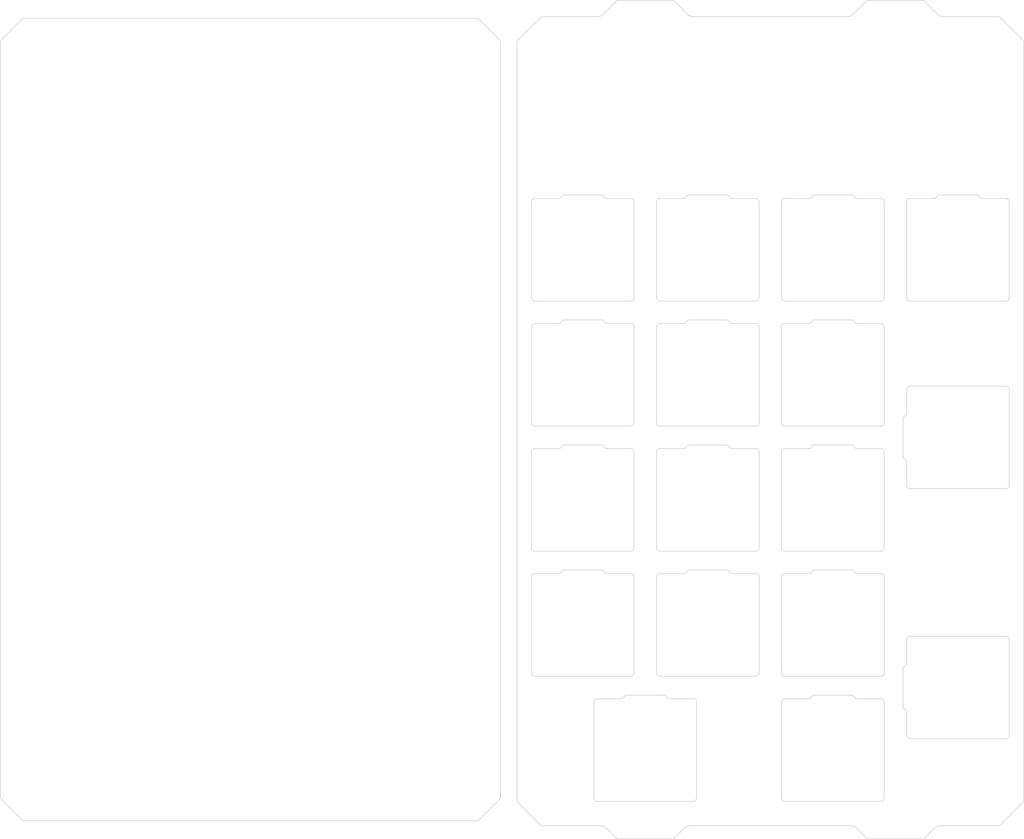
<source format=kicad_pcb>
(kicad_pcb (version 20211014) (generator pcbnew)

  (general
    (thickness 1.6)
  )

  (paper "A4")
  (layers
    (0 "F.Cu" signal)
    (31 "B.Cu" signal)
    (32 "B.Adhes" user "B.Adhesive")
    (33 "F.Adhes" user "F.Adhesive")
    (34 "B.Paste" user)
    (35 "F.Paste" user)
    (36 "B.SilkS" user "B.Silkscreen")
    (37 "F.SilkS" user "F.Silkscreen")
    (38 "B.Mask" user)
    (39 "F.Mask" user)
    (40 "Dwgs.User" user "User.Drawings")
    (41 "Cmts.User" user "User.Comments")
    (42 "Eco1.User" user "User.Eco1")
    (43 "Eco2.User" user "User.Eco2")
    (44 "Edge.Cuts" user)
    (45 "Margin" user)
    (46 "B.CrtYd" user "B.Courtyard")
    (47 "F.CrtYd" user "F.Courtyard")
    (48 "B.Fab" user)
    (49 "F.Fab" user)
    (50 "User.1" user)
    (51 "User.2" user)
    (52 "User.3" user)
    (53 "User.4" user)
    (54 "User.5" user)
    (55 "User.6" user)
    (56 "User.7" user)
    (57 "User.8" user)
    (58 "User.9" user)
  )

  (setup
    (pad_to_mask_clearance 0)
    (grid_origin 66.675 -31.171573)
    (pcbplotparams
      (layerselection 0x00010fc_ffffffff)
      (disableapertmacros false)
      (usegerberextensions false)
      (usegerberattributes true)
      (usegerberadvancedattributes true)
      (creategerberjobfile true)
      (svguseinch false)
      (svgprecision 6)
      (excludeedgelayer true)
      (plotframeref false)
      (viasonmask false)
      (mode 1)
      (useauxorigin false)
      (hpglpennumber 1)
      (hpglpenspeed 20)
      (hpglpendiameter 15.000000)
      (dxfpolygonmode true)
      (dxfimperialunits true)
      (dxfusepcbnewfont true)
      (psnegative false)
      (psa4output false)
      (plotreference true)
      (plotvalue true)
      (plotinvisibletext false)
      (sketchpadsonfab false)
      (subtractmaskfromsilk false)
      (outputformat 1)
      (mirror false)
      (drillshape 1)
      (scaleselection 1)
      (outputdirectory "")
    )
  )

  (net 0 "")

  (gr_line (start -8.425 -30.7375) (end -8.425 -16.8875) (layer "Dwgs.User") (width 0.1) (tstamp 102c7adc-a88b-4c92-8b8c-c92f40342dde))
  (gr_line (start 0 0) (end 3.535534 3.535534) (layer "Dwgs.User") (width 0.1) (tstamp 4105e9a8-c1a1-423c-b109-0f047d3de6a0))
  (gr_line (start 65.575 -16.8875) (end 65.575 -30.7375) (layer "Dwgs.User") (width 0.1) (tstamp 4a9ded90-af81-4641-b25e-e4db146e874e))
  (gr_arc (start 64.075 -32.2375) (mid 65.13566 -31.79816) (end 65.575 -30.7375) (layer "Dwgs.User") (width 0.1) (tstamp 5610d2a8-ca44-4783-ad0a-ce2b426bbe3f))
  (gr_line (start -6.925 -15.3875) (end 64.075 -15.3875) (layer "Dwgs.User") (width 0.1) (tstamp 587adae9-ed93-45e4-8579-cd68c38587e9))
  (gr_line (start 64.075 -32.2375) (end -6.925 -32.2375) (layer "Dwgs.User") (width 0.1) (tstamp 62dd89bf-9a4d-411a-bd2f-9d9f3fe47e79))
  (gr_arc (start -6.925 -15.3875) (mid -7.98566 -15.82684) (end -8.425 -16.8875) (layer "Dwgs.User") (width 0.1) (tstamp 8af041f3-a112-4a07-a345-00bb1d5fadd5))
  (gr_arc (start 65.575 -16.8875) (mid 65.13566 -15.82684) (end 64.075 -15.3875) (layer "Dwgs.User") (width 0.1) (tstamp cb57184f-0594-466f-9d41-56c1b27b67ea))
  (gr_arc (start -8.425 -30.7375) (mid -7.98566 -31.79816) (end -6.925 -32.2375) (layer "Dwgs.User") (width 0.1) (tstamp da6118f3-4fde-422a-ab44-b6b30fc15838))
  (gr_arc (start 129.04 36.635) (mid 128.686447 36.488553) (end 128.54 36.135) (layer "Edge.Cuts") (width 0.1) (tstamp 02dccc2c-f9ac-45eb-b205-5eb596880f7a))
  (gr_line (start 131.26434 -37.603553) (end 133.178553 -35.68934) (layer "Edge.Cuts") (width 0.1) (tstamp 0334f3c3-d629-44a8-9080-880f44c318a5))
  (gr_line (start 81.810786 87.975) (end 73.089214 87.975) (layer "Edge.Cuts") (width 0.1) (tstamp 038c1da6-7027-4d0f-bc94-fdfe3c5a45c0))
  (gr_arc (start 105.56 11.49) (mid 105.913553 11.636447) (end 106.06 11.99) (layer "Edge.Cuts") (width 0.1) (tstamp 049a436c-6f41-48c9-b332-69176f87c3cd))
  (gr_arc (start 121.007998 49.59) (mid 120.743424 49.514263) (end 120.558999 49.31) (layer "Edge.Cuts") (width 0.1) (tstamp 054b8453-acfc-4921-be13-baf6f9c68d98))
  (gr_line (start 109.99 84.26) (end 124.61 84.26) (layer "Edge.Cuts") (width 0.1) (tstamp 05c0a7cf-5ab6-4392-a4f9-99b9d4b11c9d))
  (gr_arc (start 75.941001 30.26) (mid 76.125425 30.055736) (end 76.39 29.98) (layer "Edge.Cuts") (width 0.1) (tstamp 05ca2cfd-6ee3-4175-81e4-43e4057ed044))
  (gr_arc (start 109.49 31.04) (mid 109.636447 30.686447) (end 109.99 30.54) (layer "Edge.Cuts") (width 0.1) (tstamp 080d04ff-4a26-4047-9483-1a29c6a80bfa))
  (gr_line (start 62.846573 87.225) (end -5.696573 87.225) (layer "Edge.Cuts") (width 0.1) (tstamp 0837b6db-1da7-4185-8dca-1ddc2685eb64))
  (gr_arc (start 109.99 8.06) (mid 109.636447 7.913553) (end 109.49 7.56) (layer "Edge.Cuts") (width 0.1) (tstamp 0a4ba55d-458f-4dca-a31d-f1064af1abbc))
  (gr_line (start 144.16 74.235) (end 144.16 59.615) (layer "Edge.Cuts") (width 0.1) (tstamp 0a54e30d-4fea-4aab-b272-e5f2bfc940b9))
  (gr_arc (start 120.11 -8.12) (mid 120.374575 -8.044264) (end 120.558999 -7.84) (layer "Edge.Cuts") (width 0.1) (tstamp 0b764b07-a9d6-401a-9310-4f68e9354dde))
  (gr_arc (start 128.54 59.615) (mid 128.686447 59.261447) (end 129.04 59.115) (layer "Edge.Cuts") (width 0.1) (tstamp 0bb5cde2-87b5-4d00-ba4e-2375346e4698))
  (gr_arc (start 114.041001 68.36) (mid 114.225425 68.155736) (end 114.49 68.08) (layer "Edge.Cuts") (width 0.1) (tstamp 0c3c86b8-11e9-44d2-97f4-e094c1bbf820))
  (gr_line (start 71.39 31.04) (end 71.39 45.66) (layer "Edge.Cuts") (width 0.1) (tstamp 0dd210dc-54b8-4328-a347-29f2c713696a))
  (gr_line (start 106.06 45.66) (end 106.06 31.04) (layer "Edge.Cuts") (width 0.1) (tstamp 0dddc17b-3606-48e6-8b2b-2ce62d970dde))
  (gr_line (start 130.910786 89.975) (end 122.739214 89.975) (layer "Edge.Cuts") (width 0.1) (tstamp 0e96c745-ce25-4eb0-8b5f-dca79868a3d1))
  (gr_arc (start 101.06 29.98) (mid 101.324575 30.055736) (end 101.508999 30.26) (layer "Edge.Cuts") (width 0.1) (tstamp 0eee7c11-6a97-428f-a4a9-f106c8e709b0))
  (gr_arc (start 94.991001 30.26) (mid 94.806577 30.464264) (end 94.542002 30.54) (layer "Edge.Cuts") (width 0.1) (tstamp 104bccff-5dc7-4f77-b16e-54dcd3c6e5c8))
  (gr_line (start 122.38566 89.828553) (end 120.971447 88.41434) (layer "Edge.Cuts") (width 0.1) (tstamp 11c5ef26-24fb-45aa-b380-dc27aff455d7))
  (gr_line (start 124.61 68.64) (end 121.007998 68.64) (layer "Edge.Cuts") (width 0.1) (tstamp 13eefc75-0d40-4695-8ca8-b1fdc90c8d50))
  (gr_line (start 146.375 -31.335786) (end 146.375 84.060786) (layer "Edge.Cuts") (width 0.1) (tstamp 140666cf-a835-438d-b683-ba8dfe34fd39))
  (gr_line (start 86.51 -7.56) (end 82.907998 -7.56) (layer "Edge.Cuts") (width 0.1) (tstamp 17e7df34-c56d-4880-8c7e-b911ca2787d8))
  (gr_arc (start 124.61 11.49) (mid 124.963553 11.636447) (end 125.11 11.99) (layer "Edge.Cuts") (width 0.1) (tstamp 181fca81-637c-4935-80af-ef419ef35a4e))
  (gr_arc (start 71.39 -7.06) (mid 71.536447 -7.413553) (end 71.89 -7.56) (layer "Edge.Cuts") (width 0.1) (tstamp 1a066da6-5ad2-4784-a96d-35640c46cdca))
  (gr_arc (start 144.16 74.235) (mid 144.013553 74.588553) (end 143.66 74.735) (layer "Edge.Cuts") (width 0.1) (tstamp 1a661462-d454-40a7-b94b-e6d29fe92555))
  (gr_arc (start 121.007998 11.49) (mid 120.743424 11.414263) (end 120.558999 11.21) (layer "Edge.Cuts") (width 0.1) (tstamp 1b1bb247-2fe7-4fa0-84a4-73c7b509933c))
  (gr_arc (start 128.54 25.117002) (mid 128.464263 25.381576) (end 128.26 25.566001) (layer "Edge.Cuts") (width 0.1) (tstamp 1cfacc63-aa1f-437e-93da-dd48f60da727))
  (gr_arc (start 143.66 59.115) (mid 144.013553 59.261447) (end 144.16 59.615) (layer "Edge.Cuts") (width 0.1) (tstamp 1d287cd5-8666-4fe3-8a44-087aa16ab5c7))
  (gr_line (start 143.66 59.115) (end 129.04 59.115) (layer "Edge.Cuts") (width 0.1) (tstamp 1e9bc5e1-adae-4c6d-8029-06da70a75c28))
  (gr_arc (start 120.11 49.03) (mid 120.374575 49.105736) (end 120.558999 49.31) (layer "Edge.Cuts") (width 0.1) (tstamp 201062d3-8094-4a4b-9456-bfdea44de532))
  (gr_arc (start 109.49 50.09) (mid 109.636447 49.736447) (end 109.99 49.59) (layer "Edge.Cuts") (width 0.1) (tstamp 20494916-26dc-47e5-acba-f0101deaa942))
  (gr_arc (start 91.535 68.08) (mid 91.799575 68.155736) (end 91.983999 68.36) (layer "Edge.Cuts") (width 0.1) (tstamp 21ce112f-c7f9-41e7-abb2-80386e0acbcc))
  (gr_line (start 124.61 -7.56) (end 121.007998 -7.56) (layer "Edge.Cuts") (width 0.1) (tstamp 222cab06-ae72-43c1-9487-6e350df55ab6))
  (gr_arc (start 82.907998 -7.56) (mid 82.643423 -7.635736) (end 82.458999 -7.84) (layer "Edge.Cuts") (width 0.1) (tstamp 2307260f-7375-49a0-8e41-df16de905a59))
  (gr_arc (start 139.16 -8.12) (mid 139.424575 -8.044264) (end 139.608999 -7.84) (layer "Edge.Cuts") (width 0.1) (tstamp 23f1575d-f18f-4e45-bbe3-424705abb60c))
  (gr_line (start 71.39 50.09) (end 71.39 64.71) (layer "Edge.Cuts") (width 0.1) (tstamp 240a72a7-13e2-4f21-a00c-c6133c5a0931))
  (gr_line (start 90.94 46.16) (end 105.56 46.16) (layer "Edge.Cuts") (width 0.1) (tstamp 24fc09f3-32c5-4161-adf4-a6c3cbc5d82f))
  (gr_line (start 87.01 7.56) (end 87.01 -7.06) (layer "Edge.Cuts") (width 0.1) (tstamp 26bbd1ca-3842-4bde-8e6b-9469aab4ece1))
  (gr_arc (start 124.61 49.59) (mid 124.963553 49.736447) (end 125.11 50.09) (layer "Edge.Cuts") (width 0.1) (tstamp 27e94ff7-1c68-40a2-9fa9-0aa676d433e2))
  (gr_arc (start 109.49 -7.06) (mid 109.636447 -7.413553) (end 109.99 -7.56) (layer "Edge.Cuts") (width 0.1) (tstamp 286b3861-14d5-4fde-91a9-d5eac8d2dfe3))
  (gr_arc (start 101.06 10.93) (mid 101.324575 11.005736) (end 101.508999 11.21) (layer "Edge.Cuts") (width 0.1) (tstamp 28b2647b-26b1-4031-853f-c7138849e88f))
  (gr_arc (start 114.041001 30.26) (mid 114.225425 30.055736) (end 114.49 29.98) (layer "Edge.Cuts") (width 0.1) (tstamp 28d17da1-9404-46a8-b009-d6e5da8a5cd6))
  (gr_arc (start 66.382107 -31.87868) (mid 66.59888 -31.554257) (end 66.675 -31.171573) (layer "Edge.Cuts") (width 0.1) (tstamp 29441516-9a6e-4692-996a-1df3c23d8ac5))
  (gr_arc (start 114.041001 -7.84) (mid 113.856577 -7.635735) (end 113.592002 -7.56) (layer "Edge.Cuts") (width 0.1) (tstamp 2acba119-42e4-40a6-b21f-7d4aa537e1ae))
  (gr_line (start 113.592002 -7.56) (end 109.99 -7.56) (layer "Edge.Cuts") (width 0.1) (tstamp 2c6ffb7d-577a-4d92-b59a-d2a1cf1e2bc7))
  (gr_arc (start 82.01 -8.12) (mid 82.274575 -8.044264) (end 82.458999 -7.84) (layer "Edge.Cuts") (width 0.1) (tstamp 2d752b02-95da-48b7-8081-651ca2d585be))
  (gr_line (start 90.44 31.04) (end 90.44 45.66) (layer "Edge.Cuts") (width 0.1) (tstamp 2db7a0ff-21e6-47e4-98a2-ed5110d54b15))
  (gr_line (start 113.592002 49.59) (end 109.99 49.59) (layer "Edge.Cuts") (width 0.1) (tstamp 2f70e810-e453-42e9-8b65-e71cdf86ba0d))
  (gr_arc (start 128.26 32.186001) (mid 128.055735 32.001577) (end 127.98 31.737002) (layer "Edge.Cuts") (width 0.1) (tstamp 3171d8fa-c021-4516-8c8a-e67fab50bd69))
  (gr_arc (start 90.94 65.21) (mid 90.586447 65.063553) (end 90.44 64.71) (layer "Edge.Cuts") (width 0.1) (tstamp 32077b5e-f2ac-4036-87aa-8d066ab97840))
  (gr_arc (start 63.55368 86.932107) (mid 63.229257 87.14888) (end 62.846573 87.225) (layer "Edge.Cuts") (width 0.1) (tstamp 327a2440-5b22-4910-b452-5c3da6c1049a))
  (gr_line (start 124.61 30.54) (end 121.007998 30.54) (layer "Edge.Cuts") (width 0.1) (tstamp 3579e511-8c1f-4f6c-95a9-37e52b7b3bfb))
  (gr_arc (start 106.06 45.66) (mid 105.913553 46.013553) (end 105.56 46.16) (layer "Edge.Cuts") (width 0.1) (tstamp 361915b4-12aa-400d-87f3-e5580343c957))
  (gr_arc (start -9.232107 84.10368) (mid -9.448871 83.779255) (end -9.525 83.396573) (layer "Edge.Cuts") (width 0.1) (tstamp 388f2b51-bc1b-4b6b-9d95-ca40e5fa74be))
  (gr_arc (start 101.06 -8.12) (mid 101.324575 -8.044264) (end 101.508999 -7.84) (layer "Edge.Cuts") (width 0.1) (tstamp 39fd8bdb-ff72-4b5f-b9c6-77bba2b322bc))
  (gr_line (start 90.94 65.21) (end 105.56 65.21) (layer "Edge.Cuts") (width 0.1) (tstamp 3a1b35a8-b1df-495b-964d-b0d75c2b9417))
  (gr_line (start 105.56 11.49) (end 101.957998 11.49) (layer "Edge.Cuts") (width 0.1) (tstamp 3ae8adba-9ac3-44a4-a4a4-f4529b3d0afd))
  (gr_arc (start 101.957998 30.54) (mid 101.693423 30.464264) (end 101.508999 30.26) (layer "Edge.Cuts") (width 0.1) (tstamp 3be0fa00-af13-45a0-b2b2-e7fc3f08e81b))
  (gr_arc (start 125.11 26.61) (mid 124.963553 26.963553) (end 124.61 27.11) (layer "Edge.Cuts") (width 0.1) (tstamp 3bfdc3e9-547d-46dc-8260-4c9d7b17270d))
  (gr_line (start 132.678553 88.41434) (end 131.26434 89.828553) (layer "Edge.Cuts") (width 0.1) (tstamp 406fb891-792f-4ba2-ba8e-d4b6f7792c73))
  (gr_line (start 87.01 26.61) (end 87.01 11.99) (layer "Edge.Cuts") (width 0.1) (tstamp 42061ba1-16fe-4cca-a338-91b3981ad2c1))
  (gr_line (start 109.99 46.16) (end 124.61 46.16) (layer "Edge.Cuts") (width 0.1) (tstamp 42150b6a-233a-4560-929e-a5580840f1c8))
  (gr_line (start 124.61 11.49) (end 121.007998 11.49) (layer "Edge.Cuts") (width 0.1) (tstamp 4237bfec-a85d-462e-9fbe-f338244c7962))
  (gr_arc (start 143.66 -7.56) (mid 144.013553 -7.413553) (end 144.16 -7.06) (layer "Edge.Cuts") (width 0.1) (tstamp 42b98d73-f95f-456e-b03c-f9492739ce07))
  (gr_line (start 71.39 11.99) (end 71.39 26.61) (layer "Edge.Cuts") (width 0.1) (tstamp 43ab7317-93ac-4675-bc4b-3855df616531))
  (gr_arc (start 86.51 30.54) (mid 86.863553 30.686447) (end 87.01 31.04) (layer "Edge.Cuts") (width 0.1) (tstamp 46d52ea6-f785-41dd-b215-50ef7fab1e79))
  (gr_arc (start 86.51 -7.56) (mid 86.863553 -7.413553) (end 87.01 -7.06) (layer "Edge.Cuts") (width 0.1) (tstamp 47c5fd77-0822-401c-9883-c78c202d4507))
  (gr_arc (start 96.139214 -35.25) (mid 95.565188 -35.364181) (end 95.078553 -35.68934) (layer "Edge.Cuts") (width 0.1) (tstamp 484338bf-1e82-4656-bf90-dcc7bb7e0358))
  (gr_line (start 96.535 83.76) (end 96.535 69.14) (layer "Edge.Cuts") (width 0.1) (tstamp 490176ea-1d8a-417e-8153-c9b323918ee9))
  (gr_arc (start 71.89 46.16) (mid 71.536447 46.013553) (end 71.39 45.66) (layer "Edge.Cuts") (width 0.1) (tstamp 4ad6d87e-6bef-49e5-bb8b-af334dadb76e))
  (gr_arc (start 127.98 26.015) (mid 128.055736 25.750425) (end 128.26 25.566001) (layer "Edge.Cuts") (width 0.1) (tstamp 4bcddd7c-e9c7-4786-b563-6b8d8ff89ca8))
  (gr_arc (start 80.915 69.14) (mid 81.061447 68.786447) (end 81.415 68.64) (layer "Edge.Cuts") (width 0.1) (tstamp 4c3f2dd9-861f-42d2-bcfd-1c4151c16f87))
  (gr_line (start 75.492002 -7.56) (end 71.89 -7.56) (layer "Edge.Cuts") (width 0.1) (tstamp 4c463450-8cee-472b-b8b0-42b6713bbd8e))
  (gr_arc (start 121.007998 30.54) (mid 120.743424 30.464263) (end 120.558999 30.26) (layer "Edge.Cuts") (width 0.1) (tstamp 4c9370fc-d0ae-44f5-871a-bfbbcfb07ecf))
  (gr_line (start 120.11 -8.12) (end 114.49 -8.12) (layer "Edge.Cuts") (width 0.1) (tstamp 4d9ca8d2-4979-4672-ae5e-5fd214e8aded))
  (gr_line (start 119.910786 87.975) (end 95.639214 87.975) (layer "Edge.Cuts") (width 0.1) (tstamp 4d9d9277-d81c-4c41-8156-7af978531a5e))
  (gr_line (start 127.98 26.015) (end 127.98 31.737002) (layer "Edge.Cuts") (width 0.1) (tstamp 4fcd9044-c62e-46d8-8b11-584a0ad3c522))
  (gr_arc (start 127.98 64.115) (mid 128.055736 63.850425) (end 128.26 63.666001) (layer "Edge.Cuts") (width 0.1) (tstamp 4ff25e3a-44f4-4b4d-a0be-358ee343818a))
  (gr_arc (start 101.957998 49.59) (mid 101.693423 49.514264) (end 101.508999 49.31) (layer "Edge.Cuts") (width 0.1) (tstamp 5157fd3f-9563-47c1-b60e-986a0b5473db))
  (gr_line (start 82.01 49.03) (end 76.39 49.03) (layer "Edge.Cuts") (width 0.1) (tstamp 543a61d0-1b2c-4fce-89e4-a2aeddcbe24e))
  (gr_arc (start 125.11 45.66) (mid 124.963553 46.013553) (end 124.61 46.16) (layer "Edge.Cuts") (width 0.1) (tstamp 5443e1d2-4eee-455c-835b-11f91c4463e5))
  (gr_arc (start 90.94 46.16) (mid 90.586447 46.013553) (end 90.44 45.66) (layer "Edge.Cuts") (width 0.1) (tstamp 5461ba3f-c51c-4d66-81c1-fcbae0bdcac4))
  (gr_line (start 105.56 30.54) (end 101.957998 30.54) (layer "Edge.Cuts") (width 0.1) (tstamp 5558b745-706a-4094-9b65-ae712a376006))
  (gr_arc (start 128.54 -7.06) (mid 128.686447 -7.413553) (end 129.04 -7.56) (layer "Edge.Cuts") (width 0.1) (tstamp 55adb4f8-d357-4703-a9e1-1f7f8dcb2688))
  (gr_arc (start 86.51 49.59) (mid 86.863553 49.736447) (end 87.01 50.09) (layer "Edge.Cuts") (width 0.1) (tstamp 55e96318-2619-45cc-b21c-5bf443f9e33e))
  (gr_arc (start 105.56 49.59) (mid 105.913553 49.736447) (end 106.06 50.09) (layer "Edge.Cuts") (width 0.1) (tstamp 5681266c-b95b-4d7b-afda-280c250725c2))
  (gr_line (start 129.04 36.635) (end 143.66 36.635) (layer "Edge.Cuts") (width 0.1) (tstamp 57362c92-8992-42d2-bec6-1c8cb57e420d))
  (gr_line (start -9.232107 -31.87868) (end -6.40368 -34.707107) (layer "Edge.Cuts") (width 0.1) (tstamp 57b26045-2c87-4ef8-875c-951bce32c29c))
  (gr_arc (start 120.11 29.98) (mid 120.374575 30.055736) (end 120.558999 30.26) (layer "Edge.Cuts") (width 0.1) (tstamp 591f23bd-0374-4d37-9c85-d9bec8408e2e))
  (gr_arc (start 94.991001 49.31) (mid 94.806577 49.514264) (end 94.542002 49.59) (layer "Edge.Cuts") (width 0.1) (tstamp 5949a014-a010-40ca-a4ef-3e0d988d6e31))
  (gr_arc (start 93.16434 89.828553) (mid 93.002128 89.93694) (end 92.810786 89.975) (layer "Edge.Cuts") (width 0.1) (tstamp 5a60a53e-3c42-4543-80e0-d66bebef5fa3))
  (gr_line (start 125.11 64.71) (end 125.11 50.09) (layer "Edge.Cuts") (width 0.1) (tstamp 5b6e0edc-3bd8-4820-a2d8-dc9bf0102dd4))
  (gr_arc (start 128.26 70.286001) (mid 128.055735 70.101577) (end 127.98 69.837002) (layer "Edge.Cuts") (width 0.1) (tstamp 5ccb613b-4e44-406c-a9f9-b65a4cbb387b))
  (gr_line (start 71.89 65.21) (end 86.51 65.21) (layer "Edge.Cuts") (width 0.1) (tstamp 5ccf37ab-01e3-4b9b-a5fc-a83b636cfb3e))
  (gr_line (start 120.11 68.08) (end 114.49 68.08) (layer "Edge.Cuts") (width 0.1) (tstamp 5d18b4bf-d906-4320-a543-b67f175dfb9e))
  (gr_line (start -5.696573 -35) (end 62.846573 -35) (layer "Edge.Cuts") (width 0.1) (tstamp 5f1fe537-a26c-421e-8798-a8c406506abc))
  (gr_arc (start 133.091001 -7.84) (mid 132.906577 -7.635735) (end 132.642002 -7.56) (layer "Edge.Cuts") (width 0.1) (tstamp 61bb52c4-95a4-4afb-90e7-287319dccbfc))
  (gr_line (start 86.51 49.59) (end 82.907998 49.59) (layer "Edge.Cuts") (width 0.1) (tstamp 62c9d480-97c6-4298-aecd-5828dc16118f))
  (gr_line (start 125.11 83.76) (end 125.11 69.14) (layer "Edge.Cuts") (width 0.1) (tstamp 62cf39ba-c517-4a43-84b9-0f533397a23d))
  (gr_line (start 82.01 -8.12) (end 76.39 -8.12) (layer "Edge.Cuts") (width 0.1) (tstamp 637ea933-d5fa-431f-8965-7d79b06442e7))
  (gr_arc (start 87.01 64.71) (mid 86.863553 65.063553) (end 86.51 65.21) (layer "Edge.Cuts") (width 0.1) (tstamp 63cfa127-963b-4442-9eed-3cc2be40a83a))
  (gr_arc (start 120.11 68.08) (mid 120.374575 68.155736) (end 120.558999 68.36) (layer "Edge.Cuts") (width 0.1) (tstamp 65a490af-247a-497f-8161-e14fa1f04541))
  (gr_line (start 72.73566 87.828553) (end 69.321447 84.41434) (layer "Edge.Cuts") (width 0.1) (tstamp 65a8f9a2-c696-4639-b97b-4dd57312fe82))
  (gr_line (start 90.94 27.11) (end 105.56 27.11) (layer "Edge.Cuts") (width 0.1) (tstamp 6770a349-3fad-41a9-97cc-68283cebe92c))
  (gr_arc (start -5.696573 87.225) (mid -6.079262 87.148888) (end -6.40368 86.932107) (layer "Edge.Cuts") (width 0.1) (tstamp 68d599e2-0829-4499-b9fa-b77fcba04d1b))
  (gr_line (start 144.16 7.56) (end 144.16 -7.06) (layer "Edge.Cuts") (width 0.1) (tstamp 6947bee4-60ec-44c9-a727-5e9b3af656ef))
  (gr_arc (start 84.639214 89.975) (mid 84.447872 89.93694) (end 84.28566 89.828553) (layer "Edge.Cuts") (width 0.1) (tstamp 69d41bad-217a-4227-b5cb-68849f322fd2))
  (gr_arc (start 94.991001 49.31) (mid 95.175425 49.105736) (end 95.44 49.03) (layer "Edge.Cuts") (width 0.1) (tstamp 6a4e794b-d423-436e-b8f1-f9f3b88316a3))
  (gr_line (start 144.16 36.135) (end 144.16 21.515) (layer "Edge.Cuts") (width 0.1) (tstamp 6a52bf8f-4a58-4109-ba27-649eb25a781e))
  (gr_line (start 125.11 7.56) (end 125.11 -7.06) (layer "Edge.Cuts") (width 0.1) (tstamp 6a6304e8-ebc9-4218-9a92-7afe341a0a5d))
  (gr_arc (start 90.94 8.06) (mid 90.586447 7.913553) (end 90.44 7.56) (layer "Edge.Cuts") (width 0.1) (tstamp 6b5a4f8c-e674-48c8-b692-f4ef7e56aaf2))
  (gr_line (start -9.525 83.396573) (end -9.525 -31.171573) (layer "Edge.Cuts") (width 0.1) (tstamp 6c77d517-39e4-4627-a8d5-63844786edca))
  (gr_line (start 82.01 10.93) (end 76.39 10.93) (layer "Edge.Cuts") (width 0.1) (tstamp 6d11abfe-c7a0-4060-9ac5-e27239c95f0f))
  (gr_arc (start 94.578553 88.41434) (mid 95.065188 88.089181) (end 95.639214 87.975) (layer "Edge.Cuts") (width 0.1) (tstamp 6e2ae580-b304-498e-8464-ad1d7dd35640))
  (gr_arc (start 114.041001 11.21) (mid 114.225425 11.005736) (end 114.49 10.93) (layer "Edge.Cuts") (width 0.1) (tstamp 6e6a3103-8eee-4724-9058-e3259d16d349))
  (gr_line (start 75.492002 11.49) (end 71.89 11.49) (layer "Edge.Cuts") (width 0.1) (tstamp 6ebcf22e-ff25-46ee-b3e5-58b4a2d3bef8))
  (gr_arc (start 124.61 -7.56) (mid 124.963553 -7.413553) (end 125.11 -7.06) (layer "Edge.Cuts") (width 0.1) (tstamp 6fdb3d8f-7598-4ee9-b4eb-1432a8393dfa))
  (gr_arc (start 62.846573 -35) (mid 63.229257 -34.92388) (end 63.55368 -34.707107) (layer "Edge.Cuts") (width 0.1) (tstamp 701af69e-d061-493a-8fe3-6162e36e18aa))
  (gr_line (start 94.542002 -7.56) (end 90.94 -7.56) (layer "Edge.Cuts") (width 0.1) (tstamp 702a7cef-b78c-4059-9e50-b293cb32d879))
  (gr_line (start 125.11 26.61) (end 125.11 11.99) (layer "Edge.Cuts") (width 0.1) (tstamp 71d77e15-5448-4fb1-82e7-bc4cc56e7489))
  (gr_line (start 71.89 46.16) (end 86.51 46.16) (layer "Edge.Cuts") (width 0.1) (tstamp 724d0853-9b63-4ae7-a1cb-37a670de146e))
  (gr_line (start 122.739214 -37.75) (end 130.910786 -37.75) (layer "Edge.Cuts") (width 0.1) (tstamp 73fe7d23-24b6-44a7-8e35-dd3f553da5d7))
  (gr_arc (start 125.11 83.76) (mid 124.963553 84.113553) (end 124.61 84.26) (layer "Edge.Cuts") (width 0.1) (tstamp 7402c6a5-0594-45bb-8f0d-b4785dd27d30))
  (gr_line (start 66.675 -31.171573) (end 66.675 83.396573) (layer "Edge.Cuts") (width 0.1) (tstamp 7473907c-ddd7-4b8f-adda-95004aec3b87))
  (gr_arc (start 75.941001 30.26) (mid 75.756577 30.464264) (end 75.492002 30.54) (layer "Edge.Cuts") (width 0.1) (tstamp 7554ec1b-6fd8-404e-b455-f1a6200b3462))
  (gr_arc (start 125.11 7.56) (mid 124.963553 7.913553) (end 124.61 8.06) (layer "Edge.Cuts") (width 0.1) (tstamp 764b59fa-21b0-49c1-9739-e7c312a7a7cc))
  (gr_arc (start 96.535 83.76) (mid 96.388553 84.113553) (end 96.035 84.26) (layer "Edge.Cuts") (width 0.1) (tstamp 79062099-c131-47c1-9e03-2469d232fa43))
  (gr_arc (start 87.01 7.56) (mid 86.863553 7.913553) (end 86.51 8.06) (layer "Edge.Cuts") (width 0.1) (tstamp 7a24b152-c49c-409c-ae45-fed41205dc64))
  (gr_arc (start 114.041001 11.21) (mid 113.856577 11.414265) (end 113.592002 11.49) (layer "Edge.Cuts") (width 0.1) (tstamp 7a548253-54e0-428d-8468-c618019314d8))
  (gr_arc (start 72.73566 -35.103553) (mid 72.897872 -35.21194) (end 73.089214 -35.25) (layer "Edge.Cuts") (width 0.1) (tstamp 7a62bd0c-71db-42e3-b85c-c97cc2163103))
  (gr_arc (start 90.44 50.09) (mid 90.586447 49.736447) (end 90.94 49.59) (layer "Edge.Cuts") (width 0.1) (tstamp 7add3d04-14eb-4e73-b2fa-51aa4fdbffa3))
  (gr_arc (start 109.99 65.21) (mid 109.636447 65.063553) (end 109.49 64.71) (layer "Edge.Cuts") (width 0.1) (tstamp 7b8858ed-b26d-45cd-b5de-135e9141fdcc))
  (gr_line (start 142.81434 -35.103553) (end 146.228553 -31.68934) (layer "Edge.Cuts") (width 0.1) (tstamp 7b924bf6-f7ac-4c90-be38-e32e4a841ca5))
  (gr_line (start 113.592002 68.64) (end 109.99 68.64) (layer "Edge.Cuts") (width 0.1) (tstamp 7bac88ae-949a-4095-8f60-b188c3475030))
  (gr_arc (start 71.89 27.11) (mid 71.536447 26.963553) (end 71.39 26.61) (layer "Edge.Cuts") (width 0.1) (tstamp 7c71aa9c-bf9e-45ca-8802-3c08d0797ea3))
  (gr_line (start 109.99 8.06) (end 124.61 8.06) (layer "Edge.Cuts") (width 0.1) (tstamp 7c84019a-522f-4b85-bef7-340dd9e8eae5))
  (gr_arc (start 85.466001 68.36) (mid 85.281577 68.564264) (end 85.017002 68.64) (layer "Edge.Cuts") (width 0.1) (tstamp 7c99be2d-62dd-491c-88ab-bd7731d60234))
  (gr_line (start 90.94 8.06) (end 105.56 8.06) (layer "Edge.Cuts") (width 0.1) (tstamp 7d78e60f-5b04-423c-ba44-230414c7e088))
  (gr_arc (start 82.01 49.03) (mid 82.274575 49.105736) (end 82.458999 49.31) (layer "Edge.Cuts") (width 0.1) (tstamp 7df821a9-4cac-462c-8c0a-c90084f3928f))
  (gr_arc (start 66.675 83.396573) (mid 66.59888 83.779257) (end 66.382107 84.10368) (layer "Edge.Cuts") (width 0.1) (tstamp 7e18d0bc-211f-4c72-86a3-dc86ebbcb45b))
  (gr_arc (start 75.941001 11.21) (mid 75.756577 11.414264) (end 75.492002 11.49) (layer "Edge.Cuts") (width 0.1) (tstamp 7f302476-d695-4d15-aec6-26f58733d1bb))
  (gr_arc (start 122.38566 -37.603553) (mid 122.547873 -37.711935) (end 122.739214 -37.75) (layer "Edge.Cuts") (width 0.1) (tstamp 7fe01041-e18d-4986-bae8-560781066c72))
  (gr_arc (start 101.06 49.03) (mid 101.324575 49.105736) (end 101.508999 49.31) (layer "Edge.Cuts") (width 0.1) (tstamp 7ff85226-d8cc-4e25-99c4-797358b9b875))
  (gr_arc (start 130.910786 -37.75) (mid 131.102131 -37.711944) (end 131.26434 -37.603553) (layer "Edge.Cuts") (width 0.1) (tstamp 80cafddb-26b9-4f56-bfe1-1a51140ae3d9))
  (gr_line (start 132.642002 -7.56) (end 129.04 -7.56) (layer "Edge.Cuts") (width 0.1) (tstamp 825a3194-9dd5-4c1d-afa8-7e77b1b83529))
  (gr_line (start 69.321447 -31.68934) (end 72.73566 -35.103553) (layer "Edge.Cuts") (width 0.1) (tstamp 8296ee9e-7173-4f6d-8f26-3236c075338c))
  (gr_line (start 109.99 27.11) (end 124.61 27.11) (layer "Edge.Cuts") (width 0.1) (tstamp 843cbeff-9631-4871-83f1-977403e1226e))
  (gr_arc (start 75.941001 -7.84) (mid 75.756577 -7.635736) (end 75.492002 -7.56) (layer "Edge.Cuts") (width 0.1) (tstamp 84c3a458-b155-486c-8626-67d8b5638b61))
  (gr_line (start 91.535 68.08) (end 85.915 68.08) (layer "Edge.Cuts") (width 0.1) (tstamp 85ac2536-9e66-4d76-8f73-e83fce11b489))
  (gr_line (start 142.460786 87.975) (end 133.739214 87.975) (layer "Edge.Cuts") (width 0.1) (tstamp 86ec6e93-d266-4fa0-a55f-c29e1e3f2434))
  (gr_line (start 82.371447 -35.68934) (end 84.28566 -37.603553) (layer "Edge.Cuts") (width 0.1) (tstamp 87902ddb-24a1-4555-bc39-8f07693fa6dc))
  (gr_arc (start 82.907998 11.49) (mid 82.643423 11.414264) (end 82.458999 11.21) (layer "Edge.Cuts") (width 0.1) (tstamp 88ba6407-3db1-45c7-bf9f-040b3bd6625d))
  (gr_arc (start 142.81434 87.828553) (mid 142.652127 87.936935) (end 142.460786 87.975) (layer "Edge.Cuts") (width 0.1) (tstamp 8985b8ff-8706-400c-ad57-6bb4c24f7282))
  (gr_line (start 109.49 11.99) (end 109.49 26.61) (layer "Edge.Cuts") (width 0.1) (tstamp 8a579721-a331-4e93-8b35-0d83b122eb77))
  (gr_arc (start 75.941001 49.31) (mid 75.756577 49.514264) (end 75.492002 49.59) (layer "Edge.Cuts") (width 0.1) (tstamp 8bbd7197-5651-4b58-83d0-fcb11a6622f1))
  (gr_line (start 106.06 26.61) (end 106.06 11.99) (layer "Edge.Cuts") (width 0.1) (tstamp 8daa21cb-04e7-4995-bb9f-057434ff59c8))
  (gr_arc (start 106.06 7.56) (mid 105.913553 7.913553) (end 105.56 8.06) (layer "Edge.Cuts") (width 0.1) (tstamp 8dd38ec9-b4dd-423d-b31f-5d6bf7a70ed4))
  (gr_line (start 80.915 69.14) (end 80.915 83.76) (layer "Edge.Cuts") (width 0.1) (tstamp 8e0fdb89-f4be-489d-842d-78631f9f2db7))
  (gr_line (start 113.592002 30.54) (end 109.99 30.54) (layer "Edge.Cuts") (width 0.1) (tstamp 8f167d8e-99c4-4c18-9dea-b8457d75d2dc))
  (gr_arc (start 109.49 69.14) (mid 109.636447 68.786447) (end 109.99 68.64) (layer "Edge.Cuts") (width 0.1) (tstamp 8f24dff3-5bee-4a3a-99ce-0601cf4f3b8f))
  (gr_arc (start 71.89 65.21) (mid 71.536447 65.063553) (end 71.39 64.71) (layer "Edge.Cuts") (width 0.1) (tstamp 90ec518a-3381-4de4-9af8-f9325f3e54c7))
  (gr_arc (start 120.471447 -35.68934) (mid 119.984811 -35.364185) (end 119.410786 -35.25) (layer "Edge.Cuts") (width 0.1) (tstamp 91102fd0-66e6-4378-8ac5-877eb0a1fa42))
  (gr_arc (start 82.01 10.93) (mid 82.274575 11.005736) (end 82.458999 11.21) (layer "Edge.Cuts") (width 0.1) (tstamp 91849e1a-00d8-4833-9e3c-76ab9d608b4b))
  (gr_line (start 109.49 31.04) (end 109.49 45.66) (layer "Edge.Cuts") (width 0.1) (tstamp 924e1779-5df9-42b3-ac32-dbe597d2e20a))
  (gr_arc (start 105.56 -7.56) (mid 105.913553 -7.413553) (end 106.06 -7.06) (layer "Edge.Cuts") (width 0.1) (tstamp 9287573b-17a1-4e51-b5b4-301d05634003))
  (gr_line (start 128.54 70.735) (end 128.54 74.235) (layer "Edge.Cuts") (width 0.1) (tstamp 92c24e1f-50b2-4728-8cf7-a15803237022))
  (gr_arc (start 71.39 31.04) (mid 71.536447 30.686447) (end 71.89 30.54) (layer "Edge.Cuts") (width 0.1) (tstamp 9314ac83-1f63-411f-9757-491b21dfcfc2))
  (gr_arc (start 132.678553 88.41434) (mid 133.165189 88.089185) (end 133.739214 87.975) (layer "Edge.Cuts") (width 0.1) (tstamp 93810ffa-2102-4480-bac2-b18e56928aae))
  (gr_line (start 84.28566 89.828553) (end 82.871447 88.41434) (layer "Edge.Cuts") (width 0.1) (tstamp 94929ee9-9cf3-4b6b-8014-236d54849d36))
  (gr_line (start 128.54 21.515) (end 128.54 25.117002) (layer "Edge.Cuts") (width 0.1) (tstamp 94a21776-65a0-4174-9228-59f6e03aafc9))
  (gr_arc (start 124.61 68.64) (mid 124.963553 68.786447) (end 125.11 69.14) (layer "Edge.Cuts") (width 0.1) (tstamp 94dd43ed-4b8b-495b-be5f-04d69e7429d4))
  (gr_line (start 105.56 49.59) (end 101.957998 49.59) (layer "Edge.Cuts") (width 0.1) (tstamp 9518e497-aa11-46c8-8d4e-f835dc89755c))
  (gr_arc (start 133.091001 -7.84) (mid 133.275425 -8.044264) (end 133.54 -8.12) (layer "Edge.Cuts") (width 0.1) (tstamp 95bcccca-5133-40d9-9e2d-d8e73402b1a3))
  (gr_arc (start 128.54 21.515) (mid 128.686447 21.161447) (end 129.04 21.015) (layer "Edge.Cuts") (width 0.1) (tstamp 960d49df-ed20-4018-b73d-a2ca72f957f0))
  (gr_line (start 82.01 29.98) (end 76.39 29.98) (layer "Edge.Cuts") (width 0.1) (tstamp 96c66cb8-3d5f-445e-9b80-e5f1ff9b0720))
  (gr_line (start 93.16434 -37.603553) (end 95.078553 -35.68934) (layer "Edge.Cuts") (width 0.1) (tstamp 9786b711-d282-43a4-84fd-04d50c878b01))
  (gr_arc (start 122.739214 89.975) (mid 122.547869 89.936944) (end 122.38566 89.828553) (layer "Edge.Cuts") (width 0.1) (tstamp 99b9ad47-d9ed-4bb0-99f4-f3dc458477b3))
  (gr_arc (start 92.432998 68.64) (mid 92.168423 68.564264) (end 91.983999 68.36) (layer "Edge.Cuts") (width 0.1) (tstamp 9a5a568f-42a9-489d-8c2e-e7ffe223cabe))
  (gr_arc (start 101.957998 -7.56) (mid 101.693423 -7.635736) (end 101.508999 -7.84) (layer "Edge.Cuts") (width 0.1) (tstamp 9be0b5ca-e8c7-4b6e-88d5-9bcc6dc1a743))
  (gr_arc (start 69.175 -31.335786) (mid 69.21306 -31.527128) (end 69.321447 -31.68934) (layer "Edge.Cuts") (width 0.1) (tstamp 9c102c24-247a-45b1-a518-52349deb39bd))
  (gr_arc (start 119.910786 87.975) (mid 120.484814 88.089176) (end 120.971447 88.41434) (layer "Edge.Cuts") (width 0.1) (tstamp 9c8ed12b-3dd3-4596-a1db-be4f753aa82f))
  (gr_line (start 94.542002 11.49) (end 90.94 11.49) (layer "Edge.Cuts") (width 0.1) (tstamp 9d26498e-a488-4e70-9e47-17c0c86e334a))
  (gr_arc (start 140.057998 -7.56) (mid 139.793424 -7.635737) (end 139.608999 -7.84) (layer "Edge.Cuts") (width 0.1) (tstamp 9d4cb1d0-8bc5-44b3-894d-170f24dbb7a1))
  (gr_arc (start 109.99 46.16) (mid 109.636447 46.013553) (end 109.49 45.66) (layer "Edge.Cuts") (width 0.1) (tstamp 9e52758c-f3af-47c8-9174-3266d55465ea))
  (gr_arc (start 125.11 64.71) (mid 124.963553 65.063553) (end 124.61 65.21) (layer "Edge.Cuts") (width 0.1) (tstamp 9fb1de22-50e2-46b4-8000-fa7c18d971a8))
  (gr_arc (start 90.94 27.11) (mid 90.586447 26.963553) (end 90.44 26.61) (layer "Edge.Cuts") (width 0.1) (tstamp a03c2926-f98c-4c11-8eae-f0f553ea8bde))
  (gr_arc (start 128.26 70.286001) (mid 128.464264 70.470425) (end 128.54 70.735) (layer "Edge.Cuts") (width 0.1) (tstamp a0836b8a-fca0-4f66-b7ca-93b9983d559d))
  (gr_line (start 129.04 8.06) (end 143.66 8.06) (layer "Edge.Cuts") (width 0.1) (tstamp a0b40981-27be-4716-b00d-c5fa9402c961))
  (gr_arc (start 90.44 -7.06) (mid 90.586447 -7.413553) (end 90.94 -7.56) (layer "Edge.Cuts") (width 0.1) (tstamp a17a0ebe-ec93-4269-a611-15c9d7d48c85))
  (gr_arc (start 106.06 64.71) (mid 105.913553 65.063553) (end 105.56 65.21) (layer "Edge.Cuts") (width 0.1) (tstamp a1da478a-d0c8-44bc-ab6c-576718edb1dd))
  (gr_line (start 84.639214 -37.75) (end 92.810786 -37.75) (layer "Edge.Cuts") (width 0.1) (tstamp a2154d6c-8d6d-4702-a57e-7e0cd837f74c))
  (gr_arc (start 129.04 8.06) (mid 128.686447 7.913553) (end 128.54 7.56) (layer "Edge.Cuts") (width 0.1) (tstamp a389172a-3273-4235-bcbc-ce6ae9dd7d7d))
  (gr_line (start 96.035 68.64) (end 92.432998 68.64) (layer "Edge.Cuts") (width 0.1) (tstamp a84d5cb0-985e-431f-b41b-15741bd0e824))
  (gr_arc (start 128.54 63.217002) (mid 128.464263 63.481576) (end 128.26 63.666001) (layer "Edge.Cuts") (width 0.1) (tstamp a910f391-19c0-4416-972c-04039b07be67))
  (gr_line (start 87.01 64.71) (end 87.01 50.09) (layer "Edge.Cuts") (width 0.1) (tstamp a98f0b2e-99ef-462c-8220-3b9b2637c1ef))
  (gr_arc (start 75.941001 49.31) (mid 76.125425 49.105736) (end 76.39 49.03) (layer "Edge.Cuts") (width 0.1) (tstamp a9ff9c41-d3f6-49c6-bf3f-9efc8ef17d99))
  (gr_arc (start -9.525 -31.171573) (mid -9.448888 -31.554262) (end -9.232107 -31.87868) (layer "Edge.Cuts") (width 0.1) (tstamp aa33d50a-623e-468d-9d46-59985087cc8e))
  (gr_line (start 125.11 45.66) (end 125.11 31.04) (layer "Edge.Cuts") (width 0.1) (tstamp aa85a55a-e537-4686-a273-0e344b2237f1))
  (gr_line (start -6.40368 86.932107) (end -9.232107 84.10368) (layer "Edge.Cuts") (width 0.1) (tstamp aad6e9da-e51c-463d-bfac-0f74cc5d46d6))
  (gr_arc (start 82.907998 49.59) (mid 82.643423 49.514264) (end 82.458999 49.31) (layer "Edge.Cuts") (width 0.1) (tstamp ac4bc42a-9f7f-46a2-92a5-819d3d3c954f))
  (gr_arc (start 144.16 36.135) (mid 144.013553 36.488553) (end 143.66 36.635) (layer "Edge.Cuts") (width 0.1) (tstamp acad4ded-7556-46b2-9bff-161dc30c7b63))
  (gr_arc (start 121.007998 68.64) (mid 120.743424 68.564263) (end 120.558999 68.36) (layer "Edge.Cuts") (width 0.1) (tstamp ad948031-792c-406a-8513-59a9f84f1053))
  (gr_arc (start 90.44 31.04) (mid 90.586447 30.686447) (end 90.94 30.54) (layer "Edge.Cuts") (width 0.1) (tstamp adb78c47-0a44-45a9-98e1-551b3303ab8c))
  (gr_line (start 109.49 50.09) (end 109.49 64.71) (layer "Edge.Cuts") (width 0.1) (tstamp addf250f-a329-4c9a-9d6d-8873cb09df3c))
  (gr_line (start 86.51 30.54) (end 82.907998 30.54) (layer "Edge.Cuts") (width 0.1) (tstamp ae7e94f2-0daf-4849-8083-43b25a375cb7))
  (gr_arc (start 96.035 68.64) (mid 96.388553 68.786447) (end 96.535 69.14) (layer "Edge.Cuts") (width 0.1) (tstamp af7c739e-8238-4512-aa66-eb3f2f312309))
  (gr_arc (start 75.941001 -7.84) (mid 76.125425 -8.044264) (end 76.39 -8.12) (layer "Edge.Cuts") (width 0.1) (tstamp b036e624-3d97-4508-8439-abfeaf45197c))
  (gr_line (start 128.54 32.635) (end 128.54 36.135) (layer "Edge.Cuts") (width 0.1) (tstamp b3dbe45d-ac54-4163-b637-ed0bc192acfd))
  (gr_line (start 105.56 -7.56) (end 101.957998 -7.56) (layer "Edge.Cuts") (width 0.1) (tstamp b42600e3-be0b-4b4e-baae-7dd8aacc970a))
  (gr_line (start 120.11 10.93) (end 114.49 10.93) (layer "Edge.Cuts") (width 0.1) (tstamp b4262d08-cb50-492f-83c4-3670033d0fe1))
  (gr_arc (start 114.041001 49.31) (mid 114.225425 49.105736) (end 114.49 49.03) (layer "Edge.Cuts") (width 0.1) (tstamp b4767e59-0798-4cda-8eb9-36ef4d928cec))
  (gr_arc (start 142.460786 -35.25) (mid 142.652131 -35.211944) (end 142.81434 -35.103553) (layer "Edge.Cuts") (width 0.1) (tstamp b4fa01a7-8f0f-454d-bdec-79e7bfdd160a))
  (gr_arc (start 101.957998 11.49) (mid 101.693423 11.414264) (end 101.508999 11.21) (layer "Edge.Cuts") (width 0.1) (tstamp b56d0a7b-e2ca-4a16-9ba1-c7833a29596f))
  (gr_arc (start 81.415 84.26) (mid 81.061447 84.113553) (end 80.915 83.76) (layer "Edge.Cuts") (width 0.1) (tstamp b6bd0d20-6594-4a3d-ae31-7f1049cb431a))
  (gr_line (start 109.99 65.21) (end 124.61 65.21) (layer "Edge.Cuts") (width 0.1) (tstamp b6cf5fda-99d1-4598-a877-abba209638b7))
  (gr_arc (start 87.01 45.66) (mid 86.863553 46.013553) (end 86.51 46.16) (layer "Edge.Cuts") (width 0.1) (tstamp b889ece8-a231-4633-9503-289662e272bb))
  (gr_arc (start 146.228553 -31.68934) (mid 146.336935 -31.527127) (end 146.375 -31.335786) (layer "Edge.Cuts") (width 0.1) (tstamp b88b7633-56d1-412d-9bf9-fd8a137b91a5))
  (gr_line (start 101.06 49.03) (end 95.44 49.03) (layer "Edge.Cuts") (width 0.1) (tstamp b9739ac8-8caf-481f-ba18-1083785be796))
  (gr_line (start 127.98 64.115) (end 127.98 69.837002) (layer "Edge.Cuts") (width 0.1) (tstamp b9db1041-4edc-497d-9c0d-ff13a13eec08))
  (gr_arc (start 114.041001 68.36) (mid 113.856577 68.564265) (end 113.592002 68.64) (layer "Edge.Cuts") (width 0.1) (tstamp baa8f857-00e5-4c4e-829c-998bcad90c1c))
  (gr_arc (start 109.99 27.11) (mid 109.636447 26.963553) (end 109.49 26.61) (layer "Edge.Cuts") (width 0.1) (tstamp bbaba2bb-4094-440f-be46-79a2f6b0f261))
  (gr_arc (start 144.16 7.56) (mid 144.013553 7.913553) (end 143.66 8.06) (layer "Edge.Cuts") (width 0.1) (tstamp bc7e1de2-93cb-4fc3-b821-a931a6e866ae))
  (gr_arc (start 124.61 30.54) (mid 124.963553 30.686447) (end 125.11 31.04) (layer "Edge.Cuts") (width 0.1) (tstamp be0e584b-3bf3-4f6f-be9f-056b2e7936cc))
  (gr_line (start 75.492002 30.54) (end 71.89 30.54) (layer "Edge.Cuts") (width 0.1) (tstamp be832206-32f5-40bb-af34-52aba7045839))
  (gr_line (start 120.471447 -35.68934) (end 122.38566 -37.603553) (layer "Edge.Cuts") (width 0.1) (tstamp bf6621f5-0466-443e-b43f-b22f080c2cea))
  (gr_arc (start 84.28566 -37.603553) (mid 84.447872 -37.71194) (end 84.639214 -37.75) (layer "Edge.Cuts") (width 0.1) (tstamp c0cf927e-14dd-4dbf-8dfd-4efa7fe2cf24))
  (gr_line (start 85.017002 68.64) (end 81.415 68.64) (layer "Edge.Cuts") (width 0.1) (tstamp c11c9e55-ac0e-4ab2-8edc-2b648f252b47))
  (gr_line (start 109.49 -7.06) (end 109.49 7.56) (layer "Edge.Cuts") (width 0.1) (tstamp c1368f0f-e78a-4d63-92e1-dffe2ec36ece))
  (gr_line (start 71.89 8.06) (end 86.51 8.06) (layer "Edge.Cuts") (width 0.1) (tstamp c4129606-5ddd-41ad-9b60-510ed46236c0))
  (gr_line (start 71.39 -7.06) (end 71.39 7.56) (layer "Edge.Cuts") (width 0.1) (tstamp c476830b-87ad-432c-a734-5a6bea840032))
  (gr_arc (start 82.01 29.98) (mid 82.274575 30.055736) (end 82.458999 30.26) (layer "Edge.Cuts") (width 0.1) (tstamp c476bc47-f858-4601-a5ec-5e7c7a15bb8e))
  (gr_arc (start 129.04 74.735) (mid 128.686447 74.588553) (end 128.54 74.235) (layer "Edge.Cuts") (width 0.1) (tstamp c4917e29-47c2-4501-aaa6-af06bb714f34))
  (gr_arc (start 114.041001 30.26) (mid 113.856577 30.464265) (end 113.592002 30.54) (layer "Edge.Cuts") (width 0.1) (tstamp c4ca4132-0280-44bd-b29d-fe3d028e4479))
  (gr_line (start 101.06 -8.12) (end 95.44 -8.12) (layer "Edge.Cuts") (width 0.1) (tstamp c50e35b3-4a5e-40d8-a406-dc6a6ad27090))
  (gr_arc (start 134.239214 -35.25) (mid 133.665186 -35.364176) (end 133.178553 -35.68934) (layer "Edge.Cuts") (width 0.1) (tstamp c680fb84-fef2-4b31-88f5-a36c2a92978d))
  (gr_arc (start 71.39 50.09) (mid 71.536447 49.736447) (end 71.89 49.59) (layer "Edge.Cuts") (width 0.1) (tstamp c690dd83-647f-40ae-9ead-ff1de1de5e56))
  (gr_line (start 71.89 27.11) (end 86.51 27.11) (layer "Edge.Cuts") (width 0.1) (tstamp c7d1f4b6-deaa-44ac-84b9-d632fe610ada))
  (gr_arc (start 121.007998 -7.56) (mid 120.743424 -7.635737) (end 120.558999 -7.84) (layer "Edge.Cuts") (width 0.1) (tstamp c8268338-a98a-454f-a735-bfd88bb9fa7a))
  (gr_arc (start 75.941001 11.21) (mid 76.125425 11.005736) (end 76.39 10.93) (layer "Edge.Cuts") (width 0.1) (tstamp c8350d68-8184-45d8-9c8a-c15284a2f5e0))
  (gr_line (start 109.49 69.14) (end 109.49 83.76) (layer "Edge.Cuts") (width 0.1) (tstamp c9ba5017-680b-46c5-b04c-3c754602db86))
  (gr_arc (start 94.991001 30.26) (mid 95.175425 30.055736) (end 95.44 29.98) (layer "Edge.Cuts") (width 0.1) (tstamp cc2fce93-b1f9-4532-9c59-993d51989cc8))
  (gr_arc (start 109.99 84.26) (mid 109.636447 84.113553) (end 109.49 83.76) (layer "Edge.Cuts") (width 0.1) (tstamp cd070b23-4dc7-4c7a-b264-7c297048f2f8))
  (gr_line (start 101.06 10.93) (end 95.44 10.93) (layer "Edge.Cuts") (width 0.1) (tstamp cd60474f-c85e-43cb-88b7-41efd5f3d4c1))
  (gr_line (start 94.542002 30.54) (end 90.94 30.54) (layer "Edge.Cuts") (width 0.1) (tstamp cd6102d3-c6fb-4da9-9213-4d0a7bd09b44))
  (gr_arc (start 106.06 26.61) (mid 105.913553 26.963553) (end 105.56 27.11) (layer "Edge.Cuts") (width 0.1) (tstamp cd6ac6dd-280d-4b7d-9481-2ce28a555b00))
  (gr_line (start 90.44 11.99) (end 90.44 26.61) (layer "Edge.Cuts") (width 0.1) (tstamp cdf2dd94-3cc0-4415-9cf6-5cc1436b66ca))
  (gr_line (start 120.11 49.03) (end 114.49 49.03) (layer "Edge.Cuts") (width 0.1) (tstamp cf90c5e1-9b47-4c0b-9d64-6cc0eecf09fd))
  (gr_line (start 106.06 7.56) (end 106.06 -7.06) (layer "Edge.Cuts") (width 0.1) (tstamp cfbdf61d-8ef3-483d-827e-e594c1539181))
  (gr_arc (start 143.66 21.015) (mid 144.013553 21.161447) (end 144.16 21.515) (layer "Edge.Cuts") (width 0.1) (tstamp d15ba239-e1c4-4ce3-805d-190db51d8573))
  (gr_arc (start 131.26434 89.828553) (mid 131.102127 89.936935) (end 130.910786 89.975) (layer "Edge.Cuts") (width 0.1) (tstamp d1c6e761-b73a-42ff-8780-afccaecc2c1e))
  (gr_line (start 81.415 84.26) (end 96.035 84.26) (layer "Edge.Cuts") (width 0.1) (tstamp d21a47e8-a642-4d5a-9f91-e0402b875549))
  (gr_arc (start -6.40368 -34.707107) (mid -6.079255 -34.923871) (end -5.696573 -35) (layer "Edge.Cuts") (width 0.1) (tstamp d3198144-6459-4f5c-ae96-a70c67c944f9))
  (gr_arc (start 87.01 26.61) (mid 86.863553 26.963553) (end 86.51 27.11) (layer "Edge.Cuts") (width 0.1) (tstamp d32c5536-3f1c-4dfa-8a4a-6fd80b4f41bb))
  (gr_arc (start 86.51 11.49) (mid 86.863553 11.636447) (end 87.01 11.99) (layer "Edge.Cuts") (width 0.1) (tstamp d4111d4b-d364-413e-8a4a-ee9c8efb2779))
  (gr_arc (start 146.375 84.060786) (mid 146.336944 84.252131) (end 146.228553 84.41434) (layer "Edge.Cuts") (width 0.1) (tstamp d52a783f-bba9-493d-8f04-f4bd6d101264))
  (gr_line (start 87.01 45.66) (end 87.01 31.04) (layer "Edge.Cuts") (width 0.1) (tstamp d567dfc0-ca56-410b-b69c-b3e61ecbc281))
  (gr_arc (start 81.810786 87.975) (mid 82.384812 88.089181) (end 82.871447 88.41434) (layer "Edge.Cuts") (width 0.1) (tstamp d66dfd15-da63-4824-8059-ae54e26daf9b))
  (gr_arc (start 71.39 11.99) (mid 71.536447 11.636447) (end 71.89 11.49) (layer "Edge.Cuts") (width 0.1) (tstamp d7c8f5c0-0627-4544-8afa-3ce973dcb85d))
  (gr_arc (start 85.466001 68.36) (mid 85.650425 68.155736) (end 85.915 68.08) (layer "Edge.Cuts") (width 0.1) (tstamp d81aadeb-11dd-4913-89df-324ffef1800b))
  (gr_arc (start 120.11 10.93) (mid 120.374575 11.005736) (end 120.558999 11.21) (layer "Edge.Cuts") (width 0.1) (tstamp d82476c0-9fc3-43fb-b198-6aa3319bd4cb))
  (gr_arc (start 90.44 11.99) (mid 90.586447 11.636447) (end 90.94 11.49) (layer "Edge.Cuts") (width 0.1) (tstamp d849b488-f3d6-42b9-bbd9-531deb270b1f))
  (gr_line (start 90.44 50.09) (end 90.44 64.71) (layer "Edge.Cuts") (width 0.1) (tstamp d86a3c97-59a5-4f94-9beb-ad30fd42dfa8))
  (gr_line (start 73.089214 -35.25) (end 81.310786 -35.25) (layer "Edge.Cuts") (width 0.1) (tstamp d8a0f3eb-2530-46e0-9ad2-f4842f48afc1))
  (gr_line (start 139.16 -8.12) (end 133.54 -8.12) (layer "Edge.Cuts") (width 0.1) (tstamp d8a6e247-2d67-4b6b-8ba7-9ffe8b608178))
  (gr_line (start 128.54 59.615) (end 128.54 63.217002) (layer "Edge.Cuts") (width 0.1) (tstamp dc0e42b8-21e1-4708-956a-5e64b94f997a))
  (gr_line (start 113.592002 11.49) (end 109.99 11.49) (layer "Edge.Cuts") (width 0.1) (tstamp dc1b0fe3-7502-4893-8b9f-f215ebb596f0))
  (gr_line (start 143.66 -7.56) (end 140.057998 -7.56) (layer "Edge.Cuts") (width 0.1) (tstamp dc79e9f0-753f-45f8-8c4b-dd4aa1362d6d))
  (gr_line (start 63.55368 -34.707107) (end 66.382107 -31.87868) (layer "Edge.Cuts") (width 0.1) (tstamp dd501b98-c0e0-47e7-8ce8-6002e61a9bae))
  (gr_arc (start 92.810786 -37.75) (mid 93.002128 -37.71194) (end 93.16434 -37.603553) (layer "Edge.Cuts") (width 0.1) (tstamp de35f0df-e900-4403-b5f2-5278c1c6a681))
  (gr_line (start 69.175 84.060786) (end 69.175 -31.335786) (layer "Edge.Cuts") (width 0.1) (tstamp df3e5f9f-5116-4f92-8bed-6d26ba0908ad))
  (gr_arc (start 114.041001 -7.84) (mid 114.225425 -8.044264) (end 114.49 -8.12) (layer "Edge.Cuts") (width 0.1) (tstamp dfe21747-dedb-44db-bb1f-6117af04e2dc))
  (gr_line (start 75.492002 49.59) (end 71.89 49.59) (layer "Edge.Cuts") (width 0.1) (tstamp e339365e-09a3-43b5-8e15-10c2dd0fa8ca))
  (gr_line (start 96.139214 -35.25) (end 119.410786 -35.25) (layer "Edge.Cuts") (width 0.1) (tstamp e6eaa64b-5d6d-48bd-aaf9-3d7d349535c2))
  (gr_line (start 124.61 49.59) (end 121.007998 49.59) (layer "Edge.Cuts") (width 0.1) (tstamp e703eddd-6c1e-402c-a24e-f8cee192a8e9))
  (gr_arc (start 94.991001 -7.84) (mid 94.806577 -7.635736) (end 94.542002 -7.56) (layer "Edge.Cuts") (width 0.1) (tstamp e795a7d0-e87a-42d5-b8b7-1418f498c7b5))
  (gr_arc (start 105.56 30.54) (mid 105.913553 30.686447) (end 106.06 31.04) (layer "Edge.Cuts") (width 0.1) (tstamp e95c3412-d61a-45d1-b061-0b7eedf6f5d9))
  (gr_line (start 94.542002 49.59) (end 90.94 49.59) (layer "Edge.Cuts") (width 0.1) (tstamp e9ba5e70-3042-43ac-a138-4f9b17747c21))
  (gr_arc (start 109.49 11.99) (mid 109.636447 11.636447) (end 109.99 11.49) (layer "Edge.Cuts") (width 0.1) (tstamp e9d9c4ef-fb3f-4cff-b0d1-d5efe739f1bf))
  (gr_line (start 128.54 -7.06) (end 128.54 7.56) (layer "Edge.Cuts") (width 0.1) (tstamp e9e109d7-bac8-4fed-ad1a-7eefc68d846d))
  (gr_arc (start 69.321447 84.41434) (mid 69.21306 84.252128) (end 69.175 84.060786) (layer "Edge.Cuts") (width 0.1) (tstamp eabdc925-6b29-4c95-9546-0658cb40a378))
  (gr_arc (start 114.041001 49.31) (mid 113.856577 49.514265) (end 113.592002 49.59) (layer "Edge.Cuts") (width 0.1) (tstamp ed6c3c19-591b-4e92-a16b-aea17d44bb5c))
  (gr_arc (start 82.907998 30.54) (mid 82.643423 30.464264) (end 82.458999 30.26) (layer "Edge.Cuts") (width 0.1) (tstamp ee163666-4e51-4209-9a70-eefdfaf38ea3))
  (gr_line (start 101.06 29.98) (end 95.44 29.98) (layer "Edge.Cuts") (width 0.1) (tstamp ef4dcef2-5f37-4234-a800-00e4c8562b06))
  (gr_arc (start 94.991001 -7.84) (mid 95.175425 -8.044264) (end 95.44 -8.12) (layer "Edge.Cuts") (width 0.1) (tstamp ef57034b-e07b-4ad8-92fd-a9d061fe48d9))
  (gr_line (start 134.239214 -35.25) (end 142.460786 -35.25) (layer "Edge.Cuts") (width 0.1) (tstamp f1b1c1f9-5da6-413e-8e23-858e8b2d419f))
  (gr_line (start 106.06 64.71) (end 106.06 50.09) (layer "Edge.Cuts") (width 0.1) (tstamp f280267c-f398-40a4-8a18-8f256fc3e80b))
  (gr_arc (start 128.26 32.186001) (mid 128.464264 32.370425) (end 128.54 32.635) (layer "Edge.Cuts") (width 0.1) (tstamp f339f56e-5caf-4e41-942a-347ded64207c))
  (gr_arc (start 82.371447 -35.68934) (mid 81.884812 -35.364181) (end 81.310786 -35.25) (layer "Edge.Cuts") (width 0.1) (tstamp f34981e1-9d8a-44c8-ab89-b354b5e6ea4f))
  (gr_arc (start 94.991001 11.21) (mid 95.175425 11.005736) (end 95.44 10.93) (layer "Edge.Cuts") (width 0.1) (tstamp f369337f-cc92-4fe3-879c-78b35f217dd7))
  (gr_line (start 90.44 -7.06) (end 90.44 7.56) (layer "Edge.Cuts") (width 0.1) (tstamp f43ba240-4bb6-4a03-9970-a658acdefe45))
  (gr_arc (start 73.089214 87.975) (mid 72.897872 87.93694) (end 72.73566 87.828553) (layer "Edge.Cuts") (width 0.1) (tstamp f443ced5-b298-4118-ab52-83d046d2e99e))
  (gr_line (start 86.51 11.49) (end 82.907998 11.49) (layer "Edge.Cuts") (width 0.1) (tstamp f44c43f2-af99-4112-ba3c-0fb1df69dfd3))
  (gr_line (start 146.228553 84.41434) (end 142.81434 87.828553) (layer "Edge.Cuts") (width 0.1) (tstamp f471e8f5-b180-437e-80e6-d14d11c47300))
  (gr_line (start 92.810786 89.975) (end 84.639214 89.975) (layer "Edge.Cuts") (width 0.1) (tstamp f602af8b-357a-487c-8a5f-3df80e7ba614))
  (gr_line (start 94.578553 88.41434) (end 93.16434 89.828553) (layer "Edge.Cuts") (width 0.1) (tstamp faf15e4f-d39a-4d79-a283-f8984d958cbe))
  (gr_arc (start 71.89 8.06) (mid 71.536447 7.913553) (end 71.39 7.56) (layer "Edge.Cuts") (width 0.1) (tstamp fba028ea-639a-425c-b67a-fa1896071f43))
  (gr_line (start 129.04 74.735) (end 143.66 74.735) (layer "Edge.Cuts") (width 0.1) (tstamp fc4a2c0c-bcf1-4690-931b-b9d27da8fbe5))
  (gr_line (start 143.66 21.015) (end 129.04 21.015) (layer "Edge.Cuts") (width 0.1) (tstamp fca1e76c-1a61-4975-82bb-3253bfe58eee))
  (gr_arc (start 94.991001 11.21) (mid 94.806577 11.414264) (end 94.542002 11.49) (layer "Edge.Cuts") (width 0.1) (tstamp fd8f5b27-64df-438c-bb68-cbe36873f8db))
  (gr_line (start 66.382107 84.10368) (end 63.55368 86.932107) (layer "Edge.Cuts") (width 0.1) (tstamp feeec2f8-b37c-4f09-96d4-4179d1c4b11b))
  (gr_line (start 120.11 29.98) (end 114.49 29.98) (layer "Edge.Cuts") (width 0.1) (tstamp ff71eab5-affc-4fe2-901d-56414a9aeffc))

  (group "" (id e1983dd7-8a51-48bc-99d3-97f866b030af)
    (members
      02dccc2c-f9ac-45eb-b205-5eb596880f7a
      0334f3c3-d629-44a8-9080-880f44c318a5
      038c1da6-7027-4d0f-bc94-fdfe3c5a45c0
      049a436c-6f41-48c9-b332-69176f87c3cd
      054b8453-acfc-4921-be13-baf6f9c68d98
      05c0a7cf-5ab6-4392-a4f9-99b9d4b11c9d
      05ca2cfd-6ee3-4175-81e4-43e4057ed044
      080d04ff-4a26-4047-9483-1a29c6a80bfa
      0a4ba55d-458f-4dca-a31d-f1064af1abbc
      0a54e30d-4fea-4aab-b272-e5f2bfc940b9
      0b764b07-a9d6-401a-9310-4f68e9354dde
      0bb5cde2-87b5-4d00-ba4e-2375346e4698
      0c3c86b8-11e9-44d2-97f4-e094c1bbf820
      0dd210dc-54b8-4328-a347-29f2c713696a
      0dddc17b-3606-48e6-8b2b-2ce62d970dde
      0e96c745-ce25-4eb0-8b5f-dca79868a3d1
      0eee7c11-6a97-428f-a4a9-f106c8e709b0
      104bccff-5dc7-4f77-b16e-54dcd3c6e5c8
      11c5ef26-24fb-45aa-b380-dc27aff455d7
      13eefc75-0d40-4695-8ca8-b1fdc90c8d50
      140666cf-a835-438d-b683-ba8dfe34fd39
      17e7df34-c56d-4880-8c7e-b911ca2787d8
      181fca81-637c-4935-80af-ef419ef35a4e
      1a066da6-5ad2-4784-a96d-35640c46cdca
      1a661462-d454-40a7-b94b-e6d29fe92555
      1b1bb247-2fe7-4fa0-84a4-73c7b509933c
      1cfacc63-aa1f-437e-93da-dd48f60da727
      1d287cd5-8666-4fe3-8a44-087aa16ab5c7
      1e9bc5e1-adae-4c6d-8029-06da70a75c28
      201062d3-8094-4a4b-9456-bfdea44de532
      20494916-26dc-47e5-acba-f0101deaa942
      21ce112f-c7f9-41e7-abb2-80386e0acbcc
      222cab06-ae72-43c1-9487-6e350df55ab6
      2307260f-7375-49a0-8e41-df16de905a59
      23f1575d-f18f-4e45-bbe3-424705abb60c
      240a72a7-13e2-4f21-a00c-c6133c5a0931
      24fc09f3-32c5-4161-adf4-a6c3cbc5d82f
      26bbd1ca-3842-4bde-8e6b-9469aab4ece1
      27e94ff7-1c68-40a2-9fa9-0aa676d433e2
      286b3861-14d5-4fde-91a9-d5eac8d2dfe3
      28b2647b-26b1-4031-853f-c7138849e88f
      28d17da1-9404-46a8-b009-d6e5da8a5cd6
      2acba119-42e4-40a6-b21f-7d4aa537e1ae
      2c6ffb7d-577a-4d92-b59a-d2a1cf1e2bc7
      2d752b02-95da-48b7-8081-651ca2d585be
      2db7a0ff-21e6-47e4-98a2-ed5110d54b15
      2f70e810-e453-42e9-8b65-e71cdf86ba0d
      3171d8fa-c021-4516-8c8a-e67fab50bd69
      32077b5e-f2ac-4036-87aa-8d066ab97840
      3579e511-8c1f-4f6c-95a9-37e52b7b3bfb
      361915b4-12aa-400d-87f3-e5580343c957
      39fd8bdb-ff72-4b5f-b9c6-77bba2b322bc
      3a1b35a8-b1df-495b-964d-b0d75c2b9417
      3ae8adba-9ac3-44a4-a4a4-f4529b3d0afd
      3be0fa00-af13-45a0-b2b2-e7fc3f08e81b
      3bfdc3e9-547d-46dc-8260-4c9d7b17270d
      406fb891-792f-4ba2-ba8e-d4b6f7792c73
      42061ba1-16fe-4cca-a338-91b3981ad2c1
      42150b6a-233a-4560-929e-a5580840f1c8
      4237bfec-a85d-462e-9fbe-f338244c7962
      42b98d73-f95f-456e-b03c-f9492739ce07
      43ab7317-93ac-4675-bc4b-3855df616531
      46d52ea6-f785-41dd-b215-50ef7fab1e79
      47c5fd77-0822-401c-9883-c78c202d4507
      484338bf-1e82-4656-bf90-dcc7bb7e0358
      490176ea-1d8a-417e-8153-c9b323918ee9
      4ad6d87e-6bef-49e5-bb8b-af334dadb76e
      4bcddd7c-e9c7-4786-b563-6b8d8ff89ca8
      4c3f2dd9-861f-42d2-bcfd-1c4151c16f87
      4c463450-8cee-472b-b8b0-42b6713bbd8e
      4c9370fc-d0ae-44f5-871a-bfbbcfb07ecf
      4d9ca8d2-4979-4672-ae5e-5fd214e8aded
      4d9d9277-d81c-4c41-8156-7af978531a5e
      4fcd9044-c62e-46d8-8b11-584a0ad3c522
      4ff25e3a-44f4-4b4d-a0be-358ee343818a
      5157fd3f-9563-47c1-b60e-986a0b5473db
      543a61d0-1b2c-4fce-89e4-a2aeddcbe24e
      5443e1d2-4eee-455c-835b-11f91c4463e5
      5461ba3f-c51c-4d66-81c1-fcbae0bdcac4
      5558b745-706a-4094-9b65-ae712a376006
      55adb4f8-d357-4703-a9e1-1f7f8dcb2688
      55e96318-2619-45cc-b21c-5bf443f9e33e
      5681266c-b95b-4d7b-afda-280c250725c2
      57362c92-8992-42d2-bec6-1c8cb57e420d
      591f23bd-0374-4d37-9c85-d9bec8408e2e
      5949a014-a010-40ca-a4ef-3e0d988d6e31
      5a60a53e-3c42-4543-80e0-d66bebef5fa3
      5b6e0edc-3bd8-4820-a2d8-dc9bf0102dd4
      5ccb613b-4e44-406c-a9f9-b65a4cbb387b
      5ccf37ab-01e3-4b9b-a5fc-a83b636cfb3e
      5d18b4bf-d906-4320-a543-b67f175dfb9e
      61bb52c4-95a4-4afb-90e7-287319dccbfc
      62c9d480-97c6-4298-aecd-5828dc16118f
      62cf39ba-c517-4a43-84b9-0f533397a23d
      637ea933-d5fa-431f-8965-7d79b06442e7
      63cfa127-963b-4442-9eed-3cc2be40a83a
      65a490af-247a-497f-8161-e14fa1f04541
      65a8f9a2-c696-4639-b97b-4dd57312fe82
      6770a349-3fad-41a9-97cc-68283cebe92c
      6947bee4-60ec-44c9-a727-5e9b3af656ef
      69d41bad-217a-4227-b5cb-68849f322fd2
      6a4e794b-d423-436e-b8f1-f9f3b88316a3
      6a52bf8f-4a58-4109-ba27-649eb25a781e
      6a6304e8-ebc9-4218-9a92-7afe341a0a5d
      6b5a4f8c-e674-48c8-b692-f4ef7e56aaf2
      6d11abfe-c7a0-4060-9ac5-e27239c95f0f
      6e2ae580-b304-498e-8464-ad1d7dd35640
      6e6a3103-8eee-4724-9058-e3259d16d349
      6ebcf22e-ff25-46ee-b3e5-58b4a2d3bef8
      6fdb3d8f-7598-4ee9-b4eb-1432a8393dfa
      702a7cef-b78c-4059-9e50-b293cb32d879
      71d77e15-5448-4fb1-82e7-bc4cc56e7489
      724d0853-9b63-4ae7-a1cb-37a670de146e
      73fe7d23-24b6-44a7-8e35-dd3f553da5d7
      7402c6a5-0594-45bb-8f0d-b4785dd27d30
      7554ec1b-6fd8-404e-b455-f1a6200b3462
      764b59fa-21b0-49c1-9739-e7c312a7a7cc
      79062099-c131-47c1-9e03-2469d232fa43
      7a24b152-c49c-409c-ae45-fed41205dc64
      7a548253-54e0-428d-8468-c618019314d8
      7a62bd0c-71db-42e3-b85c-c97cc2163103
      7add3d04-14eb-4e73-b2fa-51aa4fdbffa3
      7b8858ed-b26d-45cd-b5de-135e9141fdcc
      7b924bf6-f7ac-4c90-be38-e32e4a841ca5
      7bac88ae-949a-4095-8f60-b188c3475030
      7c71aa9c-bf9e-45ca-8802-3c08d0797ea3
      7c84019a-522f-4b85-bef7-340dd9e8eae5
      7c99be2d-62dd-491c-88ab-bd7731d60234
      7d78e60f-5b04-423c-ba44-230414c7e088
      7df821a9-4cac-462c-8c0a-c90084f3928f
      7f302476-d695-4d15-aec6-26f58733d1bb
      7fe01041-e18d-4986-bae8-560781066c72
      7ff85226-d8cc-4e25-99c4-797358b9b875
      80cafddb-26b9-4f56-bfe1-1a51140ae3d9
      825a3194-9dd5-4c1d-afa8-7e77b1b83529
      8296ee9e-7173-4f6d-8f26-3236c075338c
      843cbeff-9631-4871-83f1-977403e1226e
      84c3a458-b155-486c-8626-67d8b5638b61
      85ac2536-9e66-4d76-8f73-e83fce11b489
      86ec6e93-d266-4fa0-a55f-c29e1e3f2434
      87902ddb-24a1-4555-bc39-8f07693fa6dc
      88ba6407-3db1-45c7-bf9f-040b3bd6625d
      8985b8ff-8706-400c-ad57-6bb4c24f7282
      8a579721-a331-4e93-8b35-0d83b122eb77
      8bbd7197-5651-4b58-83d0-fcb11a6622f1
      8daa21cb-04e7-4995-bb9f-057434ff59c8
      8dd38ec9-b4dd-423d-b31f-5d6bf7a70ed4
      8e0fdb89-f4be-489d-842d-78631f9f2db7
      8f167d8e-99c4-4c18-9dea-b8457d75d2dc
      8f24dff3-5bee-4a3a-99ce-0601cf4f3b8f
      90ec518a-3381-4de4-9af8-f9325f3e54c7
      91102fd0-66e6-4378-8ac5-877eb0a1fa42
      91849e1a-00d8-4833-9e3c-76ab9d608b4b
      924e1779-5df9-42b3-ac32-dbe597d2e20a
      9287573b-17a1-4e51-b5b4-301d05634003
      92c24e1f-50b2-4728-8cf7-a15803237022
      9314ac83-1f63-411f-9757-491b21dfcfc2
      93810ffa-2102-4480-bac2-b18e56928aae
      94929ee9-9cf3-4b6b-8014-236d54849d36
      94a21776-65a0-4174-9228-59f6e03aafc9
      94dd43ed-4b8b-495b-be5f-04d69e7429d4
      9518e497-aa11-46c8-8d4e-f835dc89755c
      95bcccca-5133-40d9-9e2d-d8e73402b1a3
      960d49df-ed20-4018-b73d-a2ca72f957f0
      96c66cb8-3d5f-445e-9b80-e5f1ff9b0720
      9786b711-d282-43a4-84fd-04d50c878b01
      99b9ad47-d9ed-4bb0-99f4-f3dc458477b3
      9a5a568f-42a9-489d-8c2e-e7ffe223cabe
      9be0b5ca-e8c7-4b6e-88d5-9bcc6dc1a743
      9c102c24-247a-45b1-a518-52349deb39bd
      9c8ed12b-3dd3-4596-a1db-be4f753aa82f
      9d26498e-a488-4e70-9e47-17c0c86e334a
      9d4cb1d0-8bc5-44b3-894d-170f24dbb7a1
      9e52758c-f3af-47c8-9174-3266d55465ea
      9fb1de22-50e2-46b4-8000-fa7c18d971a8
      a03c2926-f98c-4c11-8eae-f0f553ea8bde
      a0836b8a-fca0-4f66-b7ca-93b9983d559d
      a0b40981-27be-4716-b00d-c5fa9402c961
      a17a0ebe-ec93-4269-a611-15c9d7d48c85
      a1da478a-d0c8-44bc-ab6c-576718edb1dd
      a2154d6c-8d6d-4702-a57e-7e0cd837f74c
      a389172a-3273-4235-bcbc-ce6ae9dd7d7d
      a84d5cb0-985e-431f-b41b-15741bd0e824
      a910f391-19c0-4416-972c-04039b07be67
      a98f0b2e-99ef-462c-8220-3b9b2637c1ef
      a9ff9c41-d3f6-49c6-bf3f-9efc8ef17d99
      aa85a55a-e537-4686-a273-0e344b2237f1
      ac4bc42a-9f7f-46a2-92a5-819d3d3c954f
      acad4ded-7556-46b2-9bff-161dc30c7b63
      ad948031-792c-406a-8513-59a9f84f1053
      adb78c47-0a44-45a9-98e1-551b3303ab8c
      addf250f-a329-4c9a-9d6d-8873cb09df3c
      ae7e94f2-0daf-4849-8083-43b25a375cb7
      af7c739e-8238-4512-aa66-eb3f2f312309
      b036e624-3d97-4508-8439-abfeaf45197c
      b3dbe45d-ac54-4163-b637-ed0bc192acfd
      b42600e3-be0b-4b4e-baae-7dd8aacc970a
      b4262d08-cb50-492f-83c4-3670033d0fe1
      b4767e59-0798-4cda-8eb9-36ef4d928cec
      b4fa01a7-8f0f-454d-bdec-79e7bfdd160a
      b56d0a7b-e2ca-4a16-9ba1-c7833a29596f
      b6bd0d20-6594-4a3d-ae31-7f1049cb431a
      b6cf5fda-99d1-4598-a877-abba209638b7
      b889ece8-a231-4633-9503-289662e272bb
      b88b7633-56d1-412d-9bf9-fd8a137b91a5
      b9739ac8-8caf-481f-ba18-1083785be796
      b9db1041-4edc-497d-9c0d-ff13a13eec08
      baa8f857-00e5-4c4e-829c-998bcad90c1c
      bbaba2bb-4094-440f-be46-79a2f6b0f261
      bc7e1de2-93cb-4fc3-b821-a931a6e866ae
      be0e584b-3bf3-4f6f-be9f-056b2e7936cc
      be832206-32f5-40bb-af34-52aba7045839
      bf6621f5-0466-443e-b43f-b22f080c2cea
      c0cf927e-14dd-4dbf-8dfd-4efa7fe2cf24
      c11c9e55-ac0e-4ab2-8edc-2b648f252b47
      c1368f0f-e78a-4d63-92e1-dffe2ec36ece
      c4129606-5ddd-41ad-9b60-510ed46236c0
      c476830b-87ad-432c-a734-5a6bea840032
      c476bc47-f858-4601-a5ec-5e7c7a15bb8e
      c4917e29-47c2-4501-aaa6-af06bb714f34
      c4ca4132-0280-44bd-b29d-fe3d028e4479
      c50e35b3-4a5e-40d8-a406-dc6a6ad27090
      c680fb84-fef2-4b31-88f5-a36c2a92978d
      c690dd83-647f-40ae-9ead-ff1de1de5e56
      c7d1f4b6-deaa-44ac-84b9-d632fe610ada
      c8268338-a98a-454f-a735-bfd88bb9fa7a
      c8350d68-8184-45d8-9c8a-c15284a2f5e0
      c9ba5017-680b-46c5-b04c-3c754602db86
      cc2fce93-b1f9-4532-9c59-993d51989cc8
      cd070b23-4dc7-4c7a-b264-7c297048f2f8
      cd60474f-c85e-43cb-88b7-41efd5f3d4c1
      cd6102d3-c6fb-4da9-9213-4d0a7bd09b44
      cd6ac6dd-280d-4b7d-9481-2ce28a555b00
      cdf2dd94-3cc0-4415-9cf6-5cc1436b66ca
      cf90c5e1-9b47-4c0b-9d64-6cc0eecf09fd
      cfbdf61d-8ef3-483d-827e-e594c1539181
      d15ba239-e1c4-4ce3-805d-190db51d8573
      d1c6e761-b73a-42ff-8780-afccaecc2c1e
      d21a47e8-a642-4d5a-9f91-e0402b875549
      d32c5536-3f1c-4dfa-8a4a-6fd80b4f41bb
      d4111d4b-d364-413e-8a4a-ee9c8efb2779
      d52a783f-bba9-493d-8f04-f4bd6d101264
      d567dfc0-ca56-410b-b69c-b3e61ecbc281
      d66dfd15-da63-4824-8059-ae54e26daf9b
      d7c8f5c0-0627-4544-8afa-3ce973dcb85d
      d81aadeb-11dd-4913-89df-324ffef1800b
      d82476c0-9fc3-43fb-b198-6aa3319bd4cb
      d849b488-f3d6-42b9-bbd9-531deb270b1f
      d86a3c97-59a5-4f94-9beb-ad30fd42dfa8
      d8a0f3eb-2530-46e0-9ad2-f4842f48afc1
      d8a6e247-2d67-4b6b-8ba7-9ffe8b608178
      dc0e42b8-21e1-4708-956a-5e64b94f997a
      dc1b0fe3-7502-4893-8b9f-f215ebb596f0
      dc79e9f0-753f-45f8-8c4b-dd4aa1362d6d
      de35f0df-e900-4403-b5f2-5278c1c6a681
      df3e5f9f-5116-4f92-8bed-6d26ba0908ad
      dfe21747-dedb-44db-bb1f-6117af04e2dc
      e339365e-09a3-43b5-8e15-10c2dd0fa8ca
      e6eaa64b-5d6d-48bd-aaf9-3d7d349535c2
      e703eddd-6c1e-402c-a24e-f8cee192a8e9
      e795a7d0-e87a-42d5-b8b7-1418f498c7b5
      e95c3412-d61a-45d1-b061-0b7eedf6f5d9
      e9ba5e70-3042-43ac-a138-4f9b17747c21
      e9d9c4ef-fb3f-4cff-b0d1-d5efe739f1bf
      e9e109d7-bac8-4fed-ad1a-7eefc68d846d
      eabdc925-6b29-4c95-9546-0658cb40a378
      ed6c3c19-591b-4e92-a16b-aea17d44bb5c
      ee163666-4e51-4209-9a70-eefdfaf38ea3
      ef4dcef2-5f37-4234-a800-00e4c8562b06
      ef57034b-e07b-4ad8-92fd-a9d061fe48d9
      f1b1c1f9-5da6-413e-8e23-858e8b2d419f
      f280267c-f398-40a4-8a18-8f256fc3e80b
      f339f56e-5caf-4e41-942a-347ded64207c
      f34981e1-9d8a-44c8-ab89-b354b5e6ea4f
      f369337f-cc92-4fe3-879c-78b35f217dd7
      f43ba240-4bb6-4a03-9970-a658acdefe45
      f443ced5-b298-4118-ab52-83d046d2e99e
      f44c43f2-af99-4112-ba3c-0fb1df69dfd3
      f471e8f5-b180-437e-80e6-d14d11c47300
      f602af8b-357a-487c-8a5f-3df80e7ba614
      faf15e4f-d39a-4d79-a283-f8984d958cbe
      fba028ea-639a-425c-b67a-fa1896071f43
      fc4a2c0c-bcf1-4690-931b-b9d27da8fbe5
      fca1e76c-1a61-4975-82bb-3253bfe58eee
      fd8f5b27-64df-438c-bb68-cbe36873f8db
      ff71eab5-affc-4fe2-901d-56414a9aeffc
    )
  )
)

</source>
